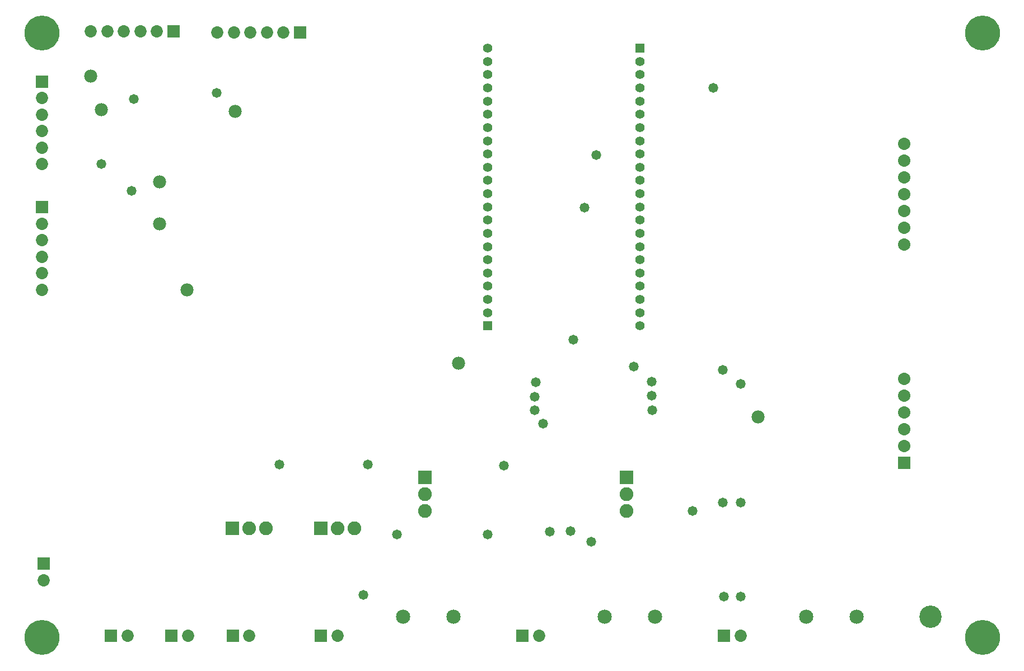
<source format=gbs>
G04*
G04 #@! TF.GenerationSoftware,Altium Limited,Altium Designer,22.10.1 (41)*
G04*
G04 Layer_Color=16711935*
%FSLAX44Y44*%
%MOMM*%
G71*
G04*
G04 #@! TF.SameCoordinates,1C1781D4-92CB-4499-AA76-0FF4777072F7*
G04*
G04*
G04 #@! TF.FilePolarity,Negative*
G04*
G01*
G75*
%ADD18C,2.0782*%
%ADD19R,2.0782X2.0782*%
%ADD20R,2.0782X2.0782*%
%ADD21C,2.1532*%
%ADD22R,1.8532X1.8532*%
%ADD23C,1.8532*%
%ADD24R,1.8532X1.8532*%
%ADD25C,1.4032*%
%ADD26R,1.4032X1.4032*%
%ADD27C,1.8682*%
%ADD28R,1.8682X1.8682*%
%ADD29C,1.4732*%
%ADD30C,1.9812*%
%ADD31C,5.2832*%
%ADD32C,3.3782*%
D18*
X883920Y496570D02*
D03*
Y521970D02*
D03*
X1188720Y496570D02*
D03*
Y521970D02*
D03*
X777240Y469900D02*
D03*
X751840D02*
D03*
X643890D02*
D03*
X618490D02*
D03*
D19*
X883920Y547370D02*
D03*
X1188720D02*
D03*
D20*
X726440Y469900D02*
D03*
X593090D02*
D03*
D21*
X1536700Y336550D02*
D03*
X1460500D02*
D03*
X927100D02*
D03*
X850900D02*
D03*
X1155700D02*
D03*
X1231900D02*
D03*
D22*
X1336440Y307340D02*
D03*
X1031640D02*
D03*
X593490D02*
D03*
X726840D02*
D03*
X500780D02*
D03*
X409340D02*
D03*
X503860Y1221740D02*
D03*
X695230Y1220470D02*
D03*
D23*
X1361440Y307340D02*
D03*
X1056640D02*
D03*
X618490D02*
D03*
X751840D02*
D03*
X525780D02*
D03*
X434340D02*
D03*
X307340Y391560D02*
D03*
X304800Y830980D02*
D03*
Y855980D02*
D03*
Y880980D02*
D03*
Y905980D02*
D03*
Y930980D02*
D03*
Y1021080D02*
D03*
Y1046080D02*
D03*
Y1071080D02*
D03*
Y1096080D02*
D03*
Y1121080D02*
D03*
X378860Y1221740D02*
D03*
X403860D02*
D03*
X428860D02*
D03*
X453860D02*
D03*
X478860D02*
D03*
X570230Y1220470D02*
D03*
X595230D02*
D03*
X620230D02*
D03*
X645230D02*
D03*
X670230D02*
D03*
D24*
X307340Y416560D02*
D03*
X304800Y955980D02*
D03*
Y1146080D02*
D03*
D25*
X979170Y1196340D02*
D03*
Y1176340D02*
D03*
Y1156340D02*
D03*
Y1116340D02*
D03*
Y1096340D02*
D03*
Y1076340D02*
D03*
Y1056340D02*
D03*
Y1036340D02*
D03*
Y1016340D02*
D03*
Y996340D02*
D03*
Y976340D02*
D03*
Y876340D02*
D03*
Y856340D02*
D03*
Y836340D02*
D03*
Y816340D02*
D03*
Y916340D02*
D03*
Y936340D02*
D03*
Y956340D02*
D03*
Y1136340D02*
D03*
Y896340D02*
D03*
Y796340D02*
D03*
X1209040Y776340D02*
D03*
Y796340D02*
D03*
Y816340D02*
D03*
Y836340D02*
D03*
Y856340D02*
D03*
Y876340D02*
D03*
Y896340D02*
D03*
Y916340D02*
D03*
Y936340D02*
D03*
Y956340D02*
D03*
Y976340D02*
D03*
Y996340D02*
D03*
Y1016340D02*
D03*
Y1036340D02*
D03*
Y1056340D02*
D03*
Y1076340D02*
D03*
Y1096340D02*
D03*
Y1116340D02*
D03*
Y1156340D02*
D03*
Y1176340D02*
D03*
Y1136340D02*
D03*
D26*
X979170Y776340D02*
D03*
X1209040Y1196340D02*
D03*
D27*
X1609090Y1051560D02*
D03*
Y1026160D02*
D03*
Y1000760D02*
D03*
Y975360D02*
D03*
Y949960D02*
D03*
Y924560D02*
D03*
Y899160D02*
D03*
Y695960D02*
D03*
Y670560D02*
D03*
Y645160D02*
D03*
Y619760D02*
D03*
Y594360D02*
D03*
D28*
Y568960D02*
D03*
D29*
X1200150Y715010D02*
D03*
X979170Y461010D02*
D03*
X1319824Y1136499D02*
D03*
X1361530Y688430D02*
D03*
X1361440Y509270D02*
D03*
Y367030D02*
D03*
X664210Y566420D02*
D03*
X1289050Y496570D02*
D03*
X1143000Y1035050D02*
D03*
X1051560Y690880D02*
D03*
X1226820Y692150D02*
D03*
X1334770Y509270D02*
D03*
X440690Y980440D02*
D03*
X568960Y1129030D02*
D03*
X394970Y1021080D02*
D03*
X443462Y1119133D02*
D03*
X1334770Y709930D02*
D03*
X1050290Y648970D02*
D03*
X1228090D02*
D03*
X1226820Y670560D02*
D03*
X1050290Y669290D02*
D03*
X1062990Y628650D02*
D03*
X1003300Y565150D02*
D03*
X1108710Y755650D02*
D03*
X1125220Y955040D02*
D03*
X1073150Y464820D02*
D03*
X1104425Y466035D02*
D03*
X1336040Y367030D02*
D03*
X791210Y369570D02*
D03*
X841921Y460426D02*
D03*
X1135380Y449580D02*
D03*
X797560Y566420D02*
D03*
D30*
X596900Y1101090D02*
D03*
X482600Y930910D02*
D03*
X378460Y1154430D02*
D03*
X394970Y1103630D02*
D03*
X934720Y720090D02*
D03*
X482600Y994410D02*
D03*
X524510Y830580D02*
D03*
X1388110Y638810D02*
D03*
D31*
X1727200Y304800D02*
D03*
Y1219200D02*
D03*
X304800D02*
D03*
Y304800D02*
D03*
D32*
X1648460Y336550D02*
D03*
M02*

</source>
